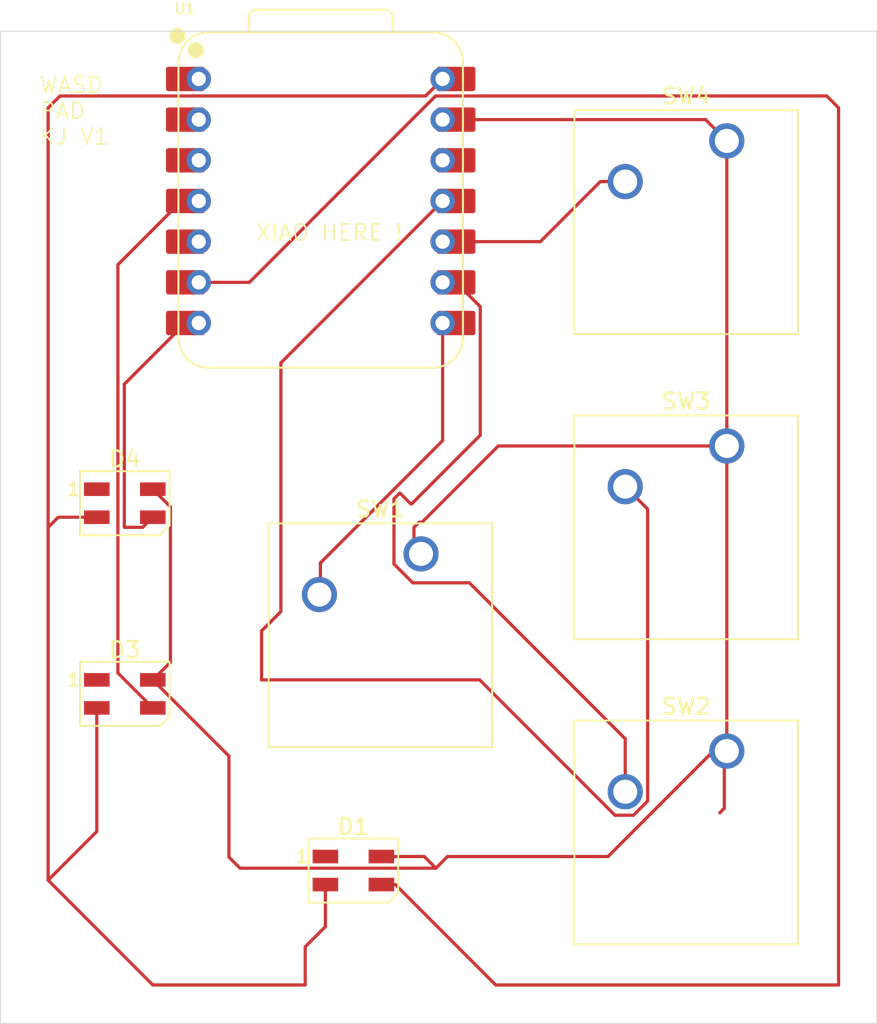
<source format=kicad_pcb>
(kicad_pcb (version 20241229) (generator "pcbnew") (generator_version "9.0")
  (title_block (title "WASD PAD KJ") (rev "V1") (company "Kushagra Jaju"))
  (layers (0 "F.Cu" signal) (2 "B.Cu" signal) (13 "F.Paste" user) (15 "B.Paste" user) (5 "F.SilkS" user "F.Silkscreen") (7 "B.SilkS" user "B.Silkscreen") (1 "F.Mask" user) (3 "B.Mask" user) (25 "Edge.Cuts" user))
  (net 0 "")
  (net 1 "+5V")
  (net 3 "GND")
  (net 4 "Net-(D1-DIN)")
  (net 5 "Net-(D2-DIN)")
  (net 6 "Net-(D3-DIN)")
  (net 8 "Net-(D4-DIN)")
  (net 10 "Net-(U1-GPIO1{slash}RX)")
  (net 11 "Net-(U1-GPIO2{slash}SCK)")
  (net 12 "Net-(U1-GPIO3{slash}MOSI)")
  (net 13 "Net-(U1-GPIO4{slash}MISO)")
  (footprint "Seeed Studio XIAO Series Library:XIAO-RP2040-DIP" (layer "F.Cu") (at 146.569843 74.872907)
    (property "Reference" "U1" (at -8.5 -12 0) (layer "F.SilkS") (effects (font (size 0.635 0.635) (thickness 0.1016))))
    (property "Value" "XIAO-RP2040-DIP")
    (fp_line (start -8.89 8.509) (end -8.89 -8.636) (stroke (width 0.127)) (layer "F.SilkS"))
    (fp_line (start -6.985 10.414) (end 6.985 10.414) (stroke (width 0.127)) (layer "F.SilkS"))
    (fp_line (start -4.495 -10.541) (end -4.491272 -11.451272) (stroke (width 0.127)) (layer "F.SilkS"))
    (fp_line (start -3.991272 -11.951) (end 4.004 -11.951) (stroke (width 0.127)) (layer "F.SilkS"))
    (fp_line (start 4.504 -11.451) (end 4.504 -10.541) (stroke (width 0.127)) (layer "F.SilkS"))
    (fp_line (start 6.985 -10.541) (end -6.985 -10.541) (stroke (width 0.1)) (layer "F.SilkS"))
    (fp_line (start 6.985 -10.541) (end -6.985 -10.541) (stroke (width 0.127)) (layer "F.SilkS"))
    (fp_line (start 8.89 8.509) (end 8.89 -8.636) (stroke (width 0.127)) (layer "F.SilkS"))
    (fp_arc (start -8.89 -8.636) (mid -8.332038 -9.983038) (end -6.985 -10.541) (stroke (width 0.127)) (layer "F.SilkS"))
    (fp_arc (start -6.985 10.414) (mid -8.332038 9.856038) (end -8.89 8.509) (stroke (width 0.127)) (layer "F.SilkS"))
    (fp_arc (start -4.491272 -11.451272) (mid -4.344728 -11.80464) (end -3.991272 -11.951) (stroke (width 0.127)) (layer "F.SilkS"))
    (fp_arc (start 4.004 -11.951) (mid 4.357553 -11.804553) (end 4.504 -11.451) (stroke (width 0.127)) (layer "F.SilkS"))
    (fp_arc (start 6.985 -10.541) (mid 8.332038 -9.983038) (end 8.89 -8.636) (stroke (width 0.127)) (layer "F.SilkS"))
    (fp_arc (start 8.89 8.509) (mid 8.332038 9.856038) (end 6.985 10.414) (stroke (width 0.127)) (layer "F.SilkS"))
    (fp_circle (center -8.95 -10.3) (end -8.95 -10.554) (stroke (width 0.5)) (fill yes) (layer "F.SilkS"))
    (fp_circle (center -7.807 -9.42) (end -7.807 -9.674) (stroke (width 0.5)) (fill yes) (layer "F.SilkS"))
    (pad "1" smd roundrect (at -8.455 -7.62 180) (size 2.432 1.524) (layers "F.Cu" "F.Mask") (roundrect_rratio 0.1))
    (pad "1" thru_hole circle (at -7.62 -7.62 180) (size 1.524 1.524) (drill 0.889) (layers "*.Cu" "*.Mask"))
    (pad "2" smd roundrect (at -8.455 -5.08 180) (size 2.432 1.524) (layers "F.Cu" "F.Mask") (roundrect_rratio 0.1))
    (pad "2" thru_hole circle (at -7.62 -5.08 180) (size 1.524 1.524) (drill 0.889) (layers "*.Cu" "*.Mask"))
    (pad "3" smd roundrect (at -8.455 -2.54 180) (size 2.432 1.524) (layers "F.Cu" "F.Mask") (roundrect_rratio 0.1))
    (pad "3" thru_hole circle (at -7.62 -2.54 180) (size 1.524 1.524) (drill 0.889) (layers "*.Cu" "*.Mask"))
    (pad "4" smd roundrect (at -8.455 0 180) (size 2.432 1.524) (layers "F.Cu" "F.Mask") (roundrect_rratio 0.1) (net 6 "Net-(D3-DIN)"))
    (pad "4" thru_hole circle (at -7.62 0 180) (size 1.524 1.524) (drill 0.889) (layers "*.Cu" "*.Mask") (net 6 "Net-(D3-DIN)"))
    (pad "5" smd roundrect (at -8.455 2.54 180) (size 2.432 1.524) (layers "F.Cu" "F.Mask") (roundrect_rratio 0.1) (net 5 "Net-(D2-DIN)"))
    (pad "5" thru_hole circle (at -7.62 2.54 180) (size 1.524 1.524) (drill 0.889) (layers "*.Cu" "*.Mask") (net 5 "Net-(D2-DIN)"))
    (pad "6" smd roundrect (at -8.455 5.08 180) (size 2.432 1.524) (layers "F.Cu" "F.Mask") (roundrect_rratio 0.1) (net 4 "Net-(D1-DIN)"))
    (pad "6" thru_hole circle (at -7.62 5.08 180) (size 1.524 1.524) (drill 0.889) (layers "*.Cu" "*.Mask") (net 4 "Net-(D1-DIN)"))
    (pad "7" smd roundrect (at -8.455 7.62 180) (size 2.432 1.524) (layers "F.Cu" "F.Mask") (roundrect_rratio 0.1) (net 8 "Net-(D4-DIN)"))
    (pad "7" thru_hole circle (at -7.62 7.62 180) (size 1.524 1.524) (drill 0.889) (layers "*.Cu" "*.Mask") (net 8 "Net-(D4-DIN)"))
    (pad "8" thru_hole circle (at 7.62 7.62) (size 1.524 1.524) (drill 0.889) (layers "*.Cu" "*.Mask") (net 10 "Net-(U1-GPIO1{slash}RX)"))
    (pad "8" smd roundrect (at 8.455 7.62) (size 2.432 1.524) (layers "F.Cu" "F.Mask") (roundrect_rratio 0.1) (net 10 "Net-(U1-GPIO1{slash}RX)"))
    (pad "9" thru_hole circle (at 7.62 5.08) (size 1.524 1.524) (drill 0.889) (layers "*.Cu" "*.Mask") (net 11 "Net-(U1-GPIO2{slash}SCK)"))
    (pad "9" smd roundrect (at 8.455 5.08) (size 2.432 1.524) (layers "F.Cu" "F.Mask") (roundrect_rratio 0.1) (net 11 "Net-(U1-GPIO2{slash}SCK)"))
    (pad "10" thru_hole circle (at 7.62 2.54) (size 1.524 1.524) (drill 0.889) (layers "*.Cu" "*.Mask") (net 13 "Net-(U1-GPIO4{slash}MISO)"))
    (pad "10" smd roundrect (at 8.455 2.54) (size 2.432 1.524) (layers "F.Cu" "F.Mask") (roundrect_rratio 0.1) (net 13 "Net-(U1-GPIO4{slash}MISO)"))
    (pad "11" thru_hole circle (at 7.62 0) (size 1.524 1.524) (drill 0.889) (layers "*.Cu" "*.Mask") (net 12 "Net-(U1-GPIO3{slash}MOSI)"))
    (pad "11" smd roundrect (at 8.455 0) (size 2.432 1.524) (layers "F.Cu" "F.Mask") (roundrect_rratio 0.1) (net 12 "Net-(U1-GPIO3{slash}MOSI)"))
    (pad "12" thru_hole circle (at 7.62 -2.54) (size 1.524 1.524) (drill 0.889) (layers "*.Cu" "*.Mask"))
    (pad "12" smd roundrect (at 8.455 -2.54) (size 2.432 1.524) (layers "F.Cu" "F.Mask") (roundrect_rratio 0.1))
    (pad "13" thru_hole circle (at 7.62 -5.08) (size 1.524 1.524) (drill 0.889) (layers "*.Cu" "*.Mask") (net 3 "GND"))
    (pad "13" smd roundrect (at 8.455 -5.08) (size 2.432 1.524) (layers "F.Cu" "F.Mask") (roundrect_rratio 0.1) (net 3 "GND"))
    (pad "14" thru_hole circle (at 7.62 -7.62) (size 1.524 1.524) (drill 0.889) (layers "*.Cu" "*.Mask") (net 1 "+5V"))
    (pad "14" smd roundrect (at 8.455 -7.62) (size 2.432 1.524) (layers "F.Cu" "F.Mask") (roundrect_rratio 0.1) (net 1 "+5V"))
  )
  (footprint "Button_Switch_Keyboard:SW_Cherry_MX_1.00u_PCB" (layer "F.Cu") (at 152.84 96.91)
    (property "Reference" "SW1" (at -2.54 -2.794 0) (layer "F.SilkS"))
    (property "Value" "SW_Push")
    (fp_line (start -9.525 -1.905) (end 4.445 -1.905) (stroke (width 0.12)) (layer "F.SilkS"))
    (fp_line (start -9.525 12.065) (end -9.525 -1.905) (stroke (width 0.12)) (layer "F.SilkS"))
    (fp_line (start 4.445 -1.905) (end 4.445 12.065) (stroke (width 0.12)) (layer "F.SilkS"))
    (fp_line (start 4.445 12.065) (end -9.525 12.065) (stroke (width 0.12)) (layer "F.SilkS"))
    (pad "" np_thru_hole circle (at -7.62 5.08) (size 1.7 1.7) (drill 1.7) (layers "*.Cu" "*.Mask"))
    (pad "" np_thru_hole circle (at -2.54 5.08) (size 4 4) (drill 4) (layers "*.Cu" "*.Mask"))
    (pad "" np_thru_hole circle (at 2.54 5.08) (size 1.7 1.7) (drill 1.7) (layers "*.Cu" "*.Mask"))
    (pad "1" thru_hole circle (at 0 0) (size 2.2 2.2) (drill 1.5) (layers "*.Cu" "*.Mask") (net 3 "GND"))
    (pad "2" thru_hole circle (at -6.35 2.54) (size 2.2 2.2) (drill 1.5) (layers "*.Cu" "*.Mask") (net 10 "Net-(U1-GPIO1{slash}RX)"))
  )
  (footprint "LED_SMD:LED_SK6812MINI_PLCC4_3.5x3.5mm_P1.75mm" (layer "F.Cu") (at 148.613593 116.681657)
    (property "Reference" "D1" (at 0 -2.75 0) (layer "F.SilkS"))
    (property "Value" "SK6812MINI")
    (fp_line (start -2.8 -2) (end -2.8 2) (stroke (width 0.12)) (layer "F.SilkS"))
    (fp_line (start -2.8 -2) (end 2.8 -2) (stroke (width 0.12)) (layer "F.SilkS"))
    (fp_line (start -2.8 2) (end 2.2 2) (stroke (width 0.12)) (layer "F.SilkS"))
    (fp_line (start 2.8 1.4) (end 2.2 2) (stroke (width 0.12)) (layer "F.SilkS"))
    (fp_line (start 2.8 1.4) (end 2.8 -2) (stroke (width 0.12)) (layer "F.SilkS"))
    (fp_text user "1" (at -3.2 -0.875 0) (layer "F.SilkS") (effects (font (size 0.8 0.8))))
    (pad "1" smd rect (at -1.75 -0.875) (size 1.6 0.85) (layers "F.Cu" "F.Mask" "F.Paste"))
    (pad "2" smd rect (at -1.75 0.875) (size 1.6 0.85) (layers "F.Cu" "F.Mask" "F.Paste") (net 1 "+5V"))
    (pad "3" smd rect (at 1.75 0.875) (size 1.6 0.85) (layers "F.Cu" "F.Mask" "F.Paste") (net 4 "Net-(D1-DIN)"))
    (pad "4" smd rect (at 1.75 -0.875) (size 1.6 0.85) (layers "F.Cu" "F.Mask" "F.Paste") (net 3 "GND"))
  )
  (footprint "Button_Switch_Keyboard:SW_Cherry_MX_1.00u_PCB" (layer "F.Cu") (at 171.953593 90.170407)
    (property "Reference" "SW3" (at -2.54 -2.794 0) (layer "F.SilkS"))
    (property "Value" "SW_Push")
    (fp_line (start -9.525 -1.905) (end 4.445 -1.905) (stroke (width 0.12)) (layer "F.SilkS"))
    (fp_line (start -9.525 12.065) (end -9.525 -1.905) (stroke (width 0.12)) (layer "F.SilkS"))
    (fp_line (start 4.445 -1.905) (end 4.445 12.065) (stroke (width 0.12)) (layer "F.SilkS"))
    (fp_line (start 4.445 12.065) (end -9.525 12.065) (stroke (width 0.12)) (layer "F.SilkS"))
    (pad "" np_thru_hole circle (at -7.62 5.08) (size 1.7 1.7) (drill 1.7) (layers "*.Cu" "*.Mask"))
    (pad "" np_thru_hole circle (at -2.54 5.08) (size 4 4) (drill 4) (layers "*.Cu" "*.Mask"))
    (pad "" np_thru_hole circle (at 2.54 5.08) (size 1.7 1.7) (drill 1.7) (layers "*.Cu" "*.Mask"))
    (pad "1" thru_hole circle (at 0 0) (size 2.2 2.2) (drill 1.5) (layers "*.Cu" "*.Mask") (net 3 "GND"))
    (pad "2" thru_hole circle (at -6.35 2.54) (size 2.2 2.2) (drill 1.5) (layers "*.Cu" "*.Mask") (net 12 "Net-(U1-GPIO3{slash}MOSI)"))
  )
  (footprint "Button_Switch_Keyboard:SW_Cherry_MX_1.00u_PCB" (layer "F.Cu") (at 171.953593 109.220407)
    (property "Reference" "SW2" (at -2.54 -2.794 0) (layer "F.SilkS"))
    (property "Value" "SW_Push")
    (fp_line (start -9.525 -1.905) (end 4.445 -1.905) (stroke (width 0.12)) (layer "F.SilkS"))
    (fp_line (start -9.525 12.065) (end -9.525 -1.905) (stroke (width 0.12)) (layer "F.SilkS"))
    (fp_line (start 4.445 -1.905) (end 4.445 12.065) (stroke (width 0.12)) (layer "F.SilkS"))
    (fp_line (start 4.445 12.065) (end -9.525 12.065) (stroke (width 0.12)) (layer "F.SilkS"))
    (pad "" np_thru_hole circle (at -7.62 5.08) (size 1.7 1.7) (drill 1.7) (layers "*.Cu" "*.Mask"))
    (pad "" np_thru_hole circle (at -2.54 5.08) (size 4 4) (drill 4) (layers "*.Cu" "*.Mask"))
    (pad "" np_thru_hole circle (at 2.54 5.08) (size 1.7 1.7) (drill 1.7) (layers "*.Cu" "*.Mask"))
    (pad "1" thru_hole circle (at 0 0) (size 2.2 2.2) (drill 1.5) (layers "*.Cu" "*.Mask") (net 3 "GND"))
    (pad "2" thru_hole circle (at -6.35 2.54) (size 2.2 2.2) (drill 1.5) (layers "*.Cu" "*.Mask") (net 11 "Net-(U1-GPIO2{slash}SCK)"))
  )
  (footprint "LED_SMD:LED_SK6812MINI_PLCC4_3.5x3.5mm_P1.75mm" (layer "F.Cu") (at 134.326093 105.650407)
    (property "Reference" "D3" (at 0 -2.75 0) (layer "F.SilkS"))
    (property "Value" "SK6812MINI")
    (fp_line (start -2.8 -2) (end -2.8 2) (stroke (width 0.12)) (layer "F.SilkS"))
    (fp_line (start -2.8 -2) (end 2.8 -2) (stroke (width 0.12)) (layer "F.SilkS"))
    (fp_line (start -2.8 2) (end 2.2 2) (stroke (width 0.12)) (layer "F.SilkS"))
    (fp_line (start 2.8 1.4) (end 2.2 2) (stroke (width 0.12)) (layer "F.SilkS"))
    (fp_line (start 2.8 1.4) (end 2.8 -2) (stroke (width 0.12)) (layer "F.SilkS"))
    (fp_text user "1" (at -3.2 -0.875 0) (layer "F.SilkS") (effects (font (size 0.8 0.8))))
    (pad "1" smd rect (at -1.75 -0.875) (size 1.6 0.85) (layers "F.Cu" "F.Mask" "F.Paste"))
    (pad "2" smd rect (at -1.75 0.875) (size 1.6 0.85) (layers "F.Cu" "F.Mask" "F.Paste") (net 1 "+5V"))
    (pad "3" smd rect (at 1.75 0.875) (size 1.6 0.85) (layers "F.Cu" "F.Mask" "F.Paste") (net 6 "Net-(D3-DIN)"))
    (pad "4" smd rect (at 1.75 -0.875) (size 1.6 0.85) (layers "F.Cu" "F.Mask" "F.Paste") (net 3 "GND"))
  )
  (footprint "Button_Switch_Keyboard:SW_Cherry_MX_1.00u_PCB" (layer "F.Cu") (at 171.953593 71.120407)
    (property "Reference" "SW4" (at -2.54 -2.794 0) (layer "F.SilkS"))
    (property "Value" "SW_Push")
    (fp_line (start -9.525 -1.905) (end 4.445 -1.905) (stroke (width 0.12)) (layer "F.SilkS"))
    (fp_line (start -9.525 12.065) (end -9.525 -1.905) (stroke (width 0.12)) (layer "F.SilkS"))
    (fp_line (start 4.445 -1.905) (end 4.445 12.065) (stroke (width 0.12)) (layer "F.SilkS"))
    (fp_line (start 4.445 12.065) (end -9.525 12.065) (stroke (width 0.12)) (layer "F.SilkS"))
    (pad "" np_thru_hole circle (at -7.62 5.08) (size 1.7 1.7) (drill 1.7) (layers "*.Cu" "*.Mask"))
    (pad "" np_thru_hole circle (at -2.54 5.08) (size 4 4) (drill 4) (layers "*.Cu" "*.Mask"))
    (pad "" np_thru_hole circle (at 2.54 5.08) (size 1.7 1.7) (drill 1.7) (layers "*.Cu" "*.Mask"))
    (pad "1" thru_hole circle (at 0 0) (size 2.2 2.2) (drill 1.5) (layers "*.Cu" "*.Mask") (net 3 "GND"))
    (pad "2" thru_hole circle (at -6.35 2.54) (size 2.2 2.2) (drill 1.5) (layers "*.Cu" "*.Mask") (net 13 "Net-(U1-GPIO4{slash}MISO)"))
  )
  (footprint "LED_SMD:LED_SK6812MINI_PLCC4_3.5x3.5mm_P1.75mm" (layer "F.Cu") (at 134.326093 93.744157)
    (property "Reference" "D4" (at 0 -2.75 0) (layer "F.SilkS"))
    (property "Value" "SK6812MINI")
    (fp_line (start -2.8 -2) (end -2.8 2) (stroke (width 0.12)) (layer "F.SilkS"))
    (fp_line (start -2.8 -2) (end 2.8 -2) (stroke (width 0.12)) (layer "F.SilkS"))
    (fp_line (start -2.8 2) (end 2.2 2) (stroke (width 0.12)) (layer "F.SilkS"))
    (fp_line (start 2.8 1.4) (end 2.2 2) (stroke (width 0.12)) (layer "F.SilkS"))
    (fp_line (start 2.8 1.4) (end 2.8 -2) (stroke (width 0.12)) (layer "F.SilkS"))
    (fp_text user "1" (at -3.2 -0.875 0) (layer "F.SilkS") (effects (font (size 0.8 0.8))))
    (pad "1" smd rect (at -1.75 -0.875) (size 1.6 0.85) (layers "F.Cu" "F.Mask" "F.Paste"))
    (pad "2" smd rect (at -1.75 0.875) (size 1.6 0.85) (layers "F.Cu" "F.Mask" "F.Paste") (net 1 "+5V"))
    (pad "3" smd rect (at 1.75 0.875) (size 1.6 0.85) (layers "F.Cu" "F.Mask" "F.Paste") (net 8 "Net-(D4-DIN)"))
    (pad "4" smd rect (at 1.75 -0.875) (size 1.6 0.85) (layers "F.Cu" "F.Mask" "F.Paste") (net 3 "GND"))
  )
  (gr_rect (start 126.551093 64.268757) (end 181.319843 126.232057) (stroke (width 0.05)) (fill no) (layer "Edge.Cuts"))
  (gr_text "XIAO HERE !" (at 142.434843 77.432907 0) (layer "F.SilkS") (effects (font (size 1 1) (thickness 0.1)) (justify left bottom)))
  (gr_text "WASD \nPAD\nKJ V1" (at 128.932343 71.437907 0) (layer "F.SilkS") (effects (font (size 1 1) (thickness 0.1)) (justify left bottom)))
  (segment (start 130.164593 94.619157) (end 129.533343 95.250407) (width 0.2) (layer "F.Cu") (net 1))
  (segment (start 145.601093 123.825407) (end 145.601093 121.444157) (width 0.2) (layer "F.Cu") (net 1))
  (segment (start 129.533343 69.056657) (end 129.533343 95.250407) (width 0.2) (layer "F.Cu") (net 1))
  (segment (start 136.076093 123.825407) (end 145.601093 123.825407) (width 0.2) (layer "F.Cu") (net 1))
  (segment (start 146.863593 120.181657) (end 146.863593 117.556657) (width 0.2) (layer "F.Cu") (net 1))
  (segment (start 132.576093 114.239907) (end 129.533343 117.282657) (width 0.2) (layer "F.Cu") (net 1))
  (segment (start 132.576093 106.525407) (end 132.576093 114.239907) (width 0.2) (layer "F.Cu") (net 1))
  (segment (start 153.126843 68.315907) (end 130.274093 68.315907) (width 0.2) (layer "F.Cu") (net 1))
  (segment (start 129.533343 95.250407) (end 129.533343 117.282657) (width 0.2) (layer "F.Cu") (net 1))
  (segment (start 132.576093 94.619157) (end 130.164593 94.619157) (width 0.2) (layer "F.Cu") (net 1))
  (segment (start 145.601093 121.444157) (end 146.863593 120.181657) (width 0.2) (layer "F.Cu") (net 1))
  (segment (start 129.533343 117.282657) (end 136.076093 123.825407) (width 0.2) (layer "F.Cu") (net 1))
  (segment (start 154.189843 67.252907) (end 153.126843 68.315907) (width 0.2) (layer "F.Cu") (net 1))
  (segment (start 130.274093 68.315907) (end 129.533343 69.056657) (width 0.2) (layer "F.Cu") (net 1))
  (segment (start 170.626093 69.792907) (end 171.953593 71.120407) (width 0.2) (layer "F.Cu") (net 3))
  (segment (start 171.794843 112.794157) (end 171.513501 113.075499) (width 0.2) (layer "F.Cu") (net 3))
  (segment (start 171.953593 71.120407) (end 171.953593 71.279157) (width 0.2) (layer "F.Cu") (net 3))
  (segment (start 136.076093 104.775407) (end 140.834843 109.534157) (width 0.2) (layer "F.Cu") (net 3))
  (segment (start 152.903593 94.932907) (end 157.666093 90.170407) (width 0.2) (layer "F.Cu") (net 3))
  (segment (start 137.177093 93.970157) (end 137.177093 103.674407) (width 0.2) (layer "F.Cu") (net 3))
  (segment (start 171.953593 109.220407) (end 171.953593 109.379157) (width 0.2) (layer "F.Cu") (net 3))
  (segment (start 157.666093 90.170407) (end 171.953593 90.170407) (width 0.2) (layer "F.Cu") (net 3))
  (segment (start 171.953593 109.379157) (end 171.794843 109.537907) (width 0.2) (layer "F.Cu") (net 3))
  (segment (start 171.794843 71.437907) (end 171.953593 71.596657) (width 0.2) (layer "F.Cu") (net 3))
  (segment (start 171.112063 109.220407) (end 171.953593 109.220407) (width 0.2) (layer "F.Cu") (net 3))
  (segment (start 152.7175 97.31375) (end 152.4 97.63125) (width 0.2) (layer "F.Cu") (net 3))
  (segment (start 152.4 95.25) (end 152.717093 94.932907) (width 0.2) (layer "F.Cu") (net 3))
  (segment (start 155.024843 69.792907) (end 170.626093 69.792907) (width 0.2) (layer "F.Cu") (net 3))
  (segment (start 171.953593 71.596657) (end 171.953593 90.170407) (width 0.2) (layer "F.Cu") (net 3))
  (segment (start 152.903593 97.31375) (end 152.7175 97.31375) (width 0.2) (layer "F.Cu") (net 3))
  (segment (start 153.042843 115.806657) (end 153.768843 116.532657) (width 0.2) (layer "F.Cu") (net 3))
  (segment (start 171.794843 109.537907) (end 171.794843 112.794157) (width 0.2) (layer "F.Cu") (net 3))
  (segment (start 140.834843 115.842907) (end 141.524593 116.532657) (width 0.2) (layer "F.Cu") (net 3))
  (segment (start 152.717093 94.932907) (end 152.903593 94.932907) (width 0.2) (layer "F.Cu") (net 3))
  (segment (start 140.834843 109.534157) (end 140.834843 115.842907) (width 0.2) (layer "F.Cu") (net 3))
  (segment (start 137.177093 103.674407) (end 136.076093 104.775407) (width 0.2) (layer "F.Cu") (net 3))
  (segment (start 136.076093 92.869157) (end 137.177093 93.970157) (width 0.2) (layer "F.Cu") (net 3))
  (segment (start 152.4 97.63125) (end 152.4 95.25) (width 0.2) (layer "F.Cu") (net 3))
  (segment (start 150.363593 115.806657) (end 153.042843 115.806657) (width 0.2) (layer "F.Cu") (net 3))
  (segment (start 141.524593 116.532657) (end 153.768843 116.532657) (width 0.2) (layer "F.Cu") (net 3))
  (segment (start 171.953593 71.279157) (end 171.794843 71.437907) (width 0.2) (layer "F.Cu") (net 3))
  (segment (start 164.525813 115.806657) (end 171.112063 109.220407) (width 0.2) (layer "F.Cu") (net 3))
  (segment (start 171.953593 90.170407) (end 171.953593 109.220407) (width 0.2) (layer "F.Cu") (net 3))
  (segment (start 154.494843 115.806657) (end 164.525813 115.806657) (width 0.2) (layer "F.Cu") (net 3))
  (segment (start 154.494843 115.806657) (end 153.768843 116.532657) (width 0.2) (layer "F.Cu") (net 3))
  (segment (start 178.938593 123.825407) (end 157.507343 123.825407) (width 0.2) (layer "F.Cu") (net 4))
  (segment (start 142.112533 79.952907) (end 153.749533 68.315907) (width 0.2) (layer "F.Cu") (net 4))
  (segment (start 178.197843 68.315907) (end 178.938593 69.056657) (width 0.2) (layer "F.Cu") (net 4))
  (segment (start 153.749533 68.315907) (end 178.197843 68.315907) (width 0.2) (layer "F.Cu") (net 4))
  (segment (start 138.949843 79.952907) (end 142.112533 79.952907) (width 0.2) (layer "F.Cu") (net 4))
  (segment (start 178.938593 69.056657) (end 178.938593 123.825407) (width 0.2) (layer "F.Cu") (net 4))
  (segment (start 157.507343 123.825407) (end 151.238593 117.556657) (width 0.2) (layer "F.Cu") (net 4))
  (segment (start 151.238593 117.556657) (end 150.363593 117.556657) (width 0.2) (layer "F.Cu") (net 4))
  (segment (start 137.872213 74.872907) (end 138.949843 74.872907) (width 0.2) (layer "F.Cu") (net 6))
  (segment (start 136.076093 106.525407) (end 133.894843 104.344157) (width 0.2) (layer "F.Cu") (net 6))
  (segment (start 133.894843 104.344157) (end 133.894843 78.850277) (width 0.2) (layer "F.Cu") (net 6))
  (segment (start 133.894843 78.850277) (end 137.872213 74.872907) (width 0.2) (layer "F.Cu") (net 6))
  (segment (start 134.295843 95.250407) (end 135.444843 95.250407) (width 0.2) (layer "F.Cu") (net 8))
  (segment (start 134.295843 86.311907) (end 134.295843 95.250407) (width 0.2) (layer "F.Cu") (net 8))
  (segment (start 138.114843 82.492907) (end 134.295843 86.311907) (width 0.2) (layer "F.Cu") (net 8))
  (segment (start 135.444843 95.250407) (end 136.076093 94.619157) (width 0.2) (layer "F.Cu") (net 8))
  (segment (start 146.553593 97.472907) (end 154.189843 89.836657) (width 0.2) (layer "F.Cu") (net 10))
  (segment (start 154.189843 89.836657) (end 154.189843 82.492907) (width 0.2) (layer "F.Cu") (net 10))
  (segment (start 146.553593 99.85375) (end 146.553593 97.472907) (width 0.2) (layer "F.Cu") (net 10))
  (segment (start 151.15 97.541471) (end 151.15 93.47) (width 0.2) (layer "F.Cu") (net 11))
  (segment (start 152.201586 93.79) (end 152.25 93.79) (width 0.2) (layer "F.Cu") (net 11))
  (segment (start 151.15 93.47) (end 151.502593 93.117407) (width 0.2) (layer "F.Cu") (net 11))
  (segment (start 155.86475 98.71475) (end 152.323279 98.71475) (width 0.2) (layer "F.Cu") (net 11))
  (segment (start 152.25 93.79) (end 156.541843 89.498157) (width 0.2) (layer "F.Cu") (net 11))
  (segment (start 152.323279 98.71475) (end 151.15 97.541471) (width 0.2) (layer "F.Cu") (net 11))
  (segment (start 151.502593 93.117407) (end 151.528993 93.117407) (width 0.2) (layer "F.Cu") (net 11))
  (segment (start 151.528993 93.117407) (end 152.201586 93.79) (width 0.2) (layer "F.Cu") (net 11))
  (segment (start 165.603593 111.760407) (end 165.603593 108.453593) (width 0.2) (layer "F.Cu") (net 11))
  (segment (start 156.541843 81.469907) (end 155.024843 79.952907) (width 0.2) (layer "F.Cu") (net 11))
  (segment (start 156.541843 89.498157) (end 156.541843 81.469907) (width 0.2) (layer "F.Cu") (net 11))
  (segment (start 165.603593 108.453593) (end 155.86475 98.71475) (width 0.2) (layer "F.Cu") (net 11))
  (segment (start 156.506656 104.775) (end 142.875 104.775) (width 0.2) (layer "F.Cu") (net 12))
  (segment (start 142.875 101.71797) (end 144.082593 100.510377) (width 0.2) (layer "F.Cu") (net 12))
  (segment (start 142.875 104.775) (end 142.875 101.71797) (width 0.2) (layer "F.Cu") (net 12))
  (segment (start 165.603593 92.710407) (end 167.004593 94.111407) (width 0.2) (layer "F.Cu") (net 12))
  (segment (start 167.004593 112.340721) (end 166.118799 113.226515) (width 0.2) (layer "F.Cu") (net 12))
  (segment (start 166.118799 113.226515) (end 164.958171 113.226515) (width 0.2) (layer "F.Cu") (net 12))
  (segment (start 144.082593 84.980157) (end 154.189843 74.872907) (width 0.2) (layer "F.Cu") (net 12))
  (segment (start 167.004593 94.111407) (end 167.004593 112.340721) (width 0.2) (layer "F.Cu") (net 12))
  (segment (start 164.958171 113.226515) (end 156.506656 104.775) (width 0.2) (layer "F.Cu") (net 12))
  (segment (start 144.082593 100.510377) (end 144.082593 84.980157) (width 0.2) (layer "F.Cu") (net 12))
  (segment (start 165.603593 73.660407) (end 164.047959 73.660407) (width 0.2) (layer "F.Cu") (net 13))
  (segment (start 160.295459 77.412907) (end 154.189843 77.412907) (width 0.2) (layer "F.Cu") (net 13))
  (segment (start 164.047959 73.660407) (end 160.295459 77.412907) (width 0.2) (layer "F.Cu") (net 13))
)
</source>
